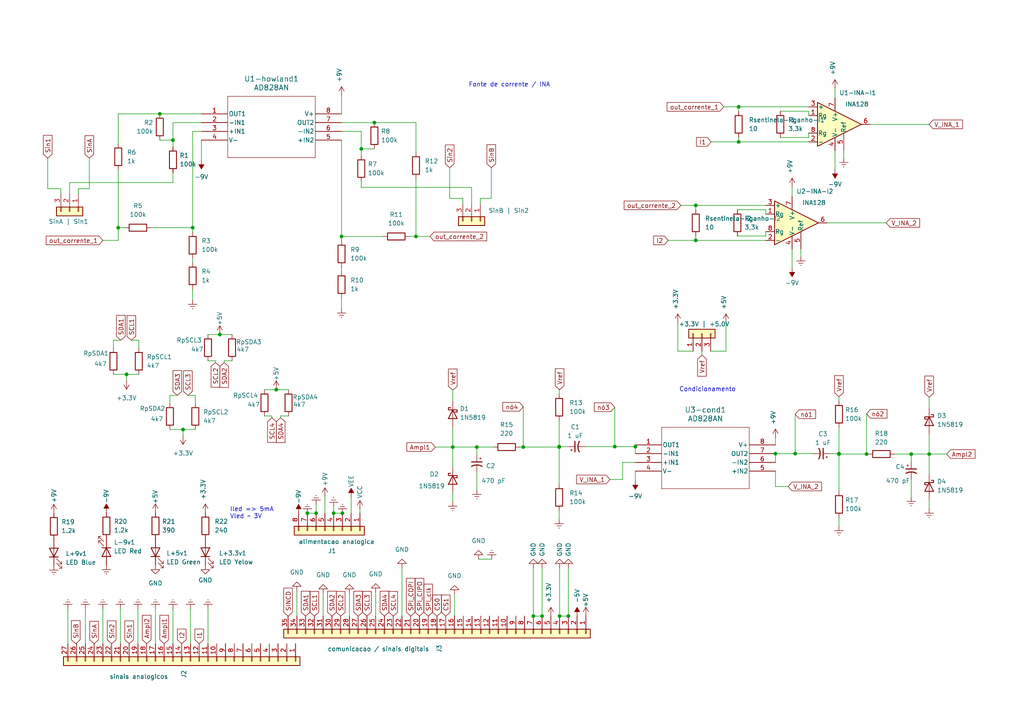
<source format=kicad_sch>
(kicad_sch (version 20230121) (generator eeschema)
  (paper "A4")
  (title_block (title "Fonte de corrente bipolar") (date "2024-06-06") (rev "v01") (company "EITduino") (comment 1 "Autor: Gustavo Pinheiro") (comment 2 "Howland aperfeicoada") (comment 3 "Barramento V04"))
  (junction (at 162.179 129.54))
  (junction (at 269.494 131.699))
  (junction (at 34.29 66.04))
  (junction (at 55.88 66.04))
  (junction (at 162.306 178.689))
  (junction (at 89.1528 148.844))
  (junction (at 46.355 33.02))
  (junction (at 157.226 178.689))
  (junction (at 214.249 41.148))
  (junction (at 63.754 97.028))
  (junction (at 91.6928 148.844))
  (junction (at 184.277 129.54))
  (junction (at 36.703 108.585))
  (junction (at 104.775 43.18))
  (junction (at 224.917 131.572))
  (junction (at 243.332 131.572))
  (junction (at 164.846 178.689))
  (junction (at 151.765 129.667))
  (junction (at 131.318 129.667))
  (junction (at 230.632 131.572))
  (junction (at 50.165 40.64))
  (junction (at 120.65 68.58))
  (junction (at 264.287 131.699))
  (junction (at 251.333 131.699))
  (junction (at 96.7728 148.844))
  (junction (at 154.686 178.689))
  (junction (at 243.332 131.699))
  (junction (at 138.303 129.667))
  (junction (at 80.137 113.03))
  (junction (at 99.3128 148.844))
  (junction (at 201.803 59.563))
  (junction (at 178.308 129.54))
  (junction (at 99.06 68.58))
  (junction (at 214.249 30.988))
  (junction (at 108.585 35.56))
  (junction (at 162.179 129.667))
  (junction (at 201.803 69.723))
  (junction (at 53.086 124.587))
  (wire (pts (xy 49.276 114.681) (xy 49.276 116.967)))
  (wire (pts (xy 131.318 143.002) (xy 131.318 145.542)))
  (wire (pts (xy 86.106 171.323) (xy 86.106 178.689)))
  (wire (pts (xy 22.225 186.69) (xy 21.971 186.69)))
  (wire (pts (xy 96.7728 148.164) (xy 96.7728 148.844)))
  (wire (pts (xy 81.407 121.158) (xy 81.407 120.65)))
  (wire (pts (xy 229.743 72.263) (xy 229.743 77.724)))
  (wire (pts (xy 101.853 148.844) (xy 101.8528 148.844)))
  (wire (pts (xy 104.775 38.1) (xy 99.06 38.1)))
  (wire (pts (xy 224.917 131.572) (xy 230.632 131.572)))
  (wire (pts (xy 264.287 139.065) (xy 264.287 144.145)))
  (wire (pts (xy 34.925 176.53) (xy 34.925 186.69)))
  (wire (pts (xy 169.799 129.54) (xy 178.308 129.54)))
  (wire (pts (xy 228.6 141.097) (xy 224.917 141.097)))
  (wire (pts (xy 222.123 60.833) (xy 222.123 62.103)))
  (wire (pts (xy 94.2328 144.018) (xy 94.2328 148.844)))
  (wire (pts (xy 55.88 66.04) (xy 55.88 67.31)))
  (wire (pts (xy 32.893 108.585) (xy 36.703 108.585)))
  (wire (pts (xy 240.792 131.572) (xy 243.332 131.572)))
  (wire (pts (xy 151.765 117.983) (xy 151.765 129.667)))
  (wire (pts (xy 36.195 66.04) (xy 34.29 66.04)))
  (wire (pts (xy 142.494 48.641) (xy 142.494 57.531)))
  (wire (pts (xy 136.779 59.055) (xy 136.779 54.356)))
  (wire (pts (xy 239.903 64.643) (xy 257.048 64.643)))
  (wire (pts (xy 20.193 52.959) (xy 50.165 52.959)))
  (wire (pts (xy 104.775 43.18) (xy 104.775 45.085)))
  (wire (pts (xy 29.845 176.53) (xy 29.845 186.69)))
  (wire (pts (xy 40.259 98.679) (xy 40.259 100.965)))
  (wire (pts (xy 67.31 97.028) (xy 63.754 97.028)))
  (wire (pts (xy 99.06 68.58) (xy 99.06 69.85)))
  (wire (pts (xy 46.355 33.02) (xy 58.42 33.02)))
  (wire (pts (xy 206.248 41.148) (xy 214.249 41.148)))
  (wire (pts (xy 162.179 113.03) (xy 162.306 113.03)))
  (wire (pts (xy 234.569 41.148) (xy 214.249 41.148)))
  (wire (pts (xy 40.005 176.53) (xy 40.005 186.69)))
  (wire (pts (xy 40.259 98.679) (xy 38.1 98.679)))
  (wire (pts (xy 269.494 125.984) (xy 269.494 131.699)))
  (wire (pts (xy 99.06 35.56) (xy 108.585 35.56)))
  (wire (pts (xy 134.239 57.531) (xy 130.429 57.531)))
  (wire (pts (xy 116.586 164.719) (xy 116.586 178.689)))
  (wire (pts (xy 201.803 69.723) (xy 201.803 68.453)))
  (wire (pts (xy 60.325 176.53) (xy 60.325 186.69)))
  (wire (pts (xy 120.65 35.56) (xy 120.65 44.196)))
  (wire (pts (xy 55.88 38.1) (xy 58.42 38.1)))
  (wire (pts (xy 232.283 72.263) (xy 232.283 74.422)))
  (wire (pts (xy 78.867 121.158) (xy 78.867 120.65)))
  (wire (pts (xy 138.303 129.667) (xy 131.318 129.667)))
  (wire (pts (xy 244.729 43.688) (xy 244.729 45.847)))
  (wire (pts (xy 130.429 48.641) (xy 130.429 57.531)))
  (wire (pts (xy 131.318 123.952) (xy 131.318 129.667)))
  (wire (pts (xy 269.494 137.414) (xy 269.494 131.699)))
  (wire (pts (xy 269.494 145.034) (xy 269.494 147.574)))
  (wire (pts (xy 46.355 33.02) (xy 34.29 33.02)))
  (wire (pts (xy 49.276 114.681) (xy 51.435 114.681)))
  (wire (pts (xy 201.041 101.854) (xy 196.596 101.854)))
  (wire (pts (xy 269.494 131.699) (xy 274.574 131.699)))
  (wire (pts (xy 138.811 162.179) (xy 142.621 162.179)))
  (wire (pts (xy 50.165 40.64) (xy 46.355 40.64)))
  (wire (pts (xy 104.775 54.356) (xy 136.779 54.356)))
  (wire (pts (xy 234.569 39.878) (xy 234.569 38.608)))
  (wire (pts (xy 96.7728 148.844) (xy 99.3128 148.844)))
  (wire (pts (xy 242.189 43.688) (xy 242.189 49.149)))
  (wire (pts (xy 209.931 30.988) (xy 214.249 30.988)))
  (wire (pts (xy 131.318 113.157) (xy 131.318 116.332)))
  (wire (pts (xy 104.394 147.737) (xy 104.394 148.844)))
  (wire (pts (xy 25.908 45.847) (xy 25.908 54.737)))
  (wire (pts (xy 243.332 131.699) (xy 243.332 131.572)))
  (wire (pts (xy 58.42 40.64) (xy 58.42 46.482)))
  (wire (pts (xy 34.29 69.723) (xy 34.29 66.04)))
  (wire (pts (xy 214.249 32.258) (xy 214.249 30.988)))
  (wire (pts (xy 184.277 136.652) (xy 184.277 139.446)))
  (wire (pts (xy 214.249 41.148) (xy 214.249 39.878)))
  (wire (pts (xy 193.802 69.723) (xy 201.803 69.723)))
  (wire (pts (xy 252.349 36.068) (xy 269.494 36.068)))
  (wire (pts (xy 96.7711 146.9526) (xy 96.7711 148.164)))
  (wire (pts (xy 151.765 129.667) (xy 150.749 129.667)))
  (wire (pts (xy 17.653 56.261) (xy 17.653 54.737)))
  (wire (pts (xy 22.733 56.261) (xy 22.733 54.737)))
  (wire (pts (xy 229.743 54.229) (xy 229.743 57.023)))
  (wire (pts (xy 36.703 108.585) (xy 36.703 110.363)))
  (wire (pts (xy 259.461 131.699) (xy 264.287 131.699)))
  (wire (pts (xy 13.843 45.847) (xy 13.843 54.737)))
  (wire (pts (xy 269.494 115.189) (xy 269.494 118.364)))
  (wire (pts (xy 131.318 129.667) (xy 126.238 129.667)))
  (wire (pts (xy 230.632 131.572) (xy 235.712 131.572)))
  (wire (pts (xy 222.123 68.453) (xy 222.123 67.183)))
  (wire (pts (xy 25.908 54.737) (xy 22.733 54.737)))
  (wire (pts (xy 178.308 118.11) (xy 178.308 129.54)))
  (wire (pts (xy 162.179 121.92) (xy 162.179 129.54)))
  (wire (pts (xy 226.314 39.878) (xy 234.569 39.878)))
  (wire (pts (xy 45.085 176.53) (xy 45.085 186.69)))
  (wire (pts (xy 230.632 120.142) (xy 230.632 131.572)))
  (wire (pts (xy 118.745 68.58) (xy 120.65 68.58)))
  (wire (pts (xy 134.239 59.055) (xy 134.239 57.531)))
  (wire (pts (xy 120.65 68.58) (xy 124.714 68.58)))
  (wire (pts (xy 40.259 108.585) (xy 36.703 108.585)))
  (wire (pts (xy 164.719 129.54) (xy 162.179 129.54)))
  (wire (pts (xy 56.642 114.681) (xy 56.642 116.967)))
  (wire (pts (xy 83.693 113.03) (xy 80.137 113.03)))
  (wire (pts (xy 226.314 32.258) (xy 234.569 32.258)))
  (wire (pts (xy 162.306 178.689) (xy 164.846 178.689)))
  (wire (pts (xy 201.803 59.563) (xy 222.123 59.563)))
  (wire (pts (xy 131.826 172.339) (xy 131.826 178.689)))
  (wire (pts (xy 184.277 129.032) (xy 184.277 129.54)))
  (wire (pts (xy 55.88 74.93) (xy 55.88 76.2)))
  (wire (pts (xy 138.303 129.667) (xy 138.303 131.953)))
  (wire (pts (xy 251.333 131.699) (xy 251.841 131.699)))
  (wire (pts (xy 91.6928 146.304) (xy 91.6928 148.844)))
  (wire (pts (xy 32.893 98.679) (xy 35.052 98.679)))
  (wire (pts (xy 210.566 101.854) (xy 210.566 93.599)))
  (wire (pts (xy 242.189 25.654) (xy 242.189 28.448)))
  (wire (pts (xy 89.1528 148.844) (xy 91.6928 148.844)))
  (wire (pts (xy 142.494 57.531) (xy 139.319 57.531)))
  (wire (pts (xy 139.319 59.055) (xy 139.319 57.531)))
  (wire (pts (xy 17.653 54.737) (xy 13.843 54.737)))
  (wire (pts (xy 65.024 104.648) (xy 67.31 104.648)))
  (wire (pts (xy 34.29 69.723) (xy 29.845 69.723)))
  (wire (pts (xy 151.765 129.667) (xy 162.179 129.667)))
  (wire (pts (xy 50.165 35.56) (xy 50.165 40.64)))
  (wire (pts (xy 197.485 59.563) (xy 201.803 59.563)))
  (wire (pts (xy 104.775 38.1) (xy 104.775 43.18)))
  (wire (pts (xy 43.815 66.04) (xy 55.88 66.04)))
  (wire (pts (xy 63.754 97.028) (xy 60.325 97.028)))
  (wire (pts (xy 213.868 60.833) (xy 222.123 60.833)))
  (wire (pts (xy 32.893 98.679) (xy 32.893 100.965)))
  (wire (pts (xy 53.086 124.587) (xy 53.086 126.365)))
  (wire (pts (xy 56.642 124.587) (xy 53.086 124.587)))
  (wire (pts (xy 154.686 164.719) (xy 154.686 178.689)))
  (wire (pts (xy 80.137 113.03) (xy 76.708 113.03)))
  (wire (pts (xy 162.179 129.667) (xy 162.179 129.54)))
  (wire (pts (xy 162.179 129.667) (xy 162.179 140.462)))
  (wire (pts (xy 108.585 35.56) (xy 120.65 35.56)))
  (wire (pts (xy 251.333 120.015) (xy 251.333 131.699)))
  (wire (pts (xy 50.165 35.56) (xy 58.42 35.56)))
  (wire (pts (xy 178.308 129.54) (xy 184.277 129.54)))
  (wire (pts (xy 62.484 104.648) (xy 60.325 104.648)))
  (wire (pts (xy 157.226 164.719) (xy 157.226 178.689)))
  (wire (pts (xy 176.911 139.065) (xy 180.594 139.065)))
  (wire (pts (xy 213.868 68.453) (xy 222.123 68.453)))
  (wire (pts (xy 243.332 123.952) (xy 243.332 131.572)))
  (wire (pts (xy 99.06 77.47) (xy 99.06 78.74)))
  (wire (pts (xy 50.165 40.64) (xy 50.165 42.545)))
  (wire (pts (xy 19.685 176.53) (xy 19.685 186.69)))
  (wire (pts (xy 234.569 32.258) (xy 234.569 33.528)))
  (wire (pts (xy 196.596 101.854) (xy 196.596 93.599)))
  (wire (pts (xy 131.318 135.382) (xy 131.318 129.667)))
  (wire (pts (xy 264.287 131.699) (xy 264.287 133.985)))
  (wire (pts (xy 65.024 105.156) (xy 65.024 104.648)))
  (wire (pts (xy 34.29 33.02) (xy 34.29 41.656)))
  (wire (pts (xy 138.303 137.033) (xy 138.303 142.113)))
  (wire (pts (xy 243.332 116.332) (xy 243.332 115.062)))
  (wire (pts (xy 184.277 129.54) (xy 184.277 131.572)))
  (wire (pts (xy 222.123 69.723) (xy 201.803 69.723)))
  (wire (pts (xy 56.642 114.681) (xy 54.483 114.681)))
  (wire (pts (xy 224.917 141.097) (xy 224.917 136.652)))
  (wire (pts (xy 101.346 172.085) (xy 101.346 178.689)))
  (wire (pts (xy 62.484 105.156) (xy 62.484 104.648)))
  (wire (pts (xy 101.853 144.1609) (xy 101.853 148.844)))
  (wire (pts (xy 99.06 89.535) (xy 99.06 86.36)))
  (wire (pts (xy 224.917 131.572) (xy 224.917 134.112)))
  (wire (pts (xy 162.306 164.719) (xy 162.306 178.689)))
  (wire (pts (xy 143.129 129.667) (xy 138.303 129.667)))
  (wire (pts (xy 206.121 101.854) (xy 210.566 101.854)))
  (wire (pts (xy 120.65 51.816) (xy 120.65 68.58)))
  (wire (pts (xy 201.803 60.833) (xy 201.803 59.563)))
  (wire (pts (xy 99.06 27.686) (xy 99.06 33.02)))
  (wire (pts (xy 78.867 120.65) (xy 76.708 120.65)))
  (wire (pts (xy 108.966 171.831) (xy 108.966 178.689)))
  (wire (pts (xy 93.726 172.085) (xy 93.726 178.689)))
  (wire (pts (xy 164.846 164.719) (xy 164.846 178.689)))
  (wire (pts (xy 264.287 131.699) (xy 269.494 131.699)))
  (wire (pts (xy 81.407 120.65) (xy 83.693 120.65)))
  (wire (pts (xy 50.165 176.53) (xy 50.165 186.69)))
  (wire (pts (xy 55.245 176.53) (xy 55.245 186.69)))
  (wire (pts (xy 243.332 150.114) (xy 243.332 152.654)))
  (wire (pts (xy 203.581 102.997) (xy 203.581 101.854)))
  (wire (pts (xy 104.3928 148.844) (xy 104.394 148.844)))
  (wire (pts (xy 55.88 38.1) (xy 55.88 66.04)))
  (wire (pts (xy 55.88 86.995) (xy 55.88 83.82)))
  (wire (pts (xy 184.277 134.112) (xy 180.594 134.112)))
  (wire (pts (xy 162.179 114.3) (xy 162.179 113.03)))
  (wire (pts (xy 34.29 49.276) (xy 34.29 66.04)))
  (wire (pts (xy 50.165 50.165) (xy 50.165 52.959)))
  (wire (pts (xy 99.06 40.64) (xy 99.06 68.58)))
  (wire (pts (xy 24.765 176.53) (xy 24.765 186.69)))
  (wire (pts (xy 214.249 30.988) (xy 234.569 30.988)))
  (wire (pts (xy 243.332 131.699) (xy 251.333 131.699)))
  (wire (pts (xy 104.775 54.356) (xy 104.775 52.705)))
  (wire (pts (xy 162.179 148.082) (xy 162.179 150.622)))
  (wire (pts (xy 96.7711 148.164) (xy 96.7728 148.164)))
  (wire (pts (xy 49.276 124.587) (xy 53.086 124.587)))
  (wire (pts (xy 224.917 127) (xy 224.917 129.032)))
  (wire (pts (xy 20.193 52.959) (xy 20.193 56.261)))
  (wire (pts (xy 111.125 68.58) (xy 99.06 68.58)))
  (wire (pts (xy 104.775 43.18) (xy 108.585 43.18)))
  (wire (pts (xy 154.686 178.689) (xy 157.226 178.689)))
  (wire (pts (xy 180.594 134.112) (xy 180.594 139.065)))
  (wire (pts (xy 243.332 131.699) (xy 243.332 142.494)))
  (text "Fonte de corrente / INA\n" (at 135.89 25.4 0) (effects (font (size 1.27 1.27)) (justify left bottom)))
  (text "Iled => 5mA\nVled ~ 3V" (at 66.675 150.622 0) (effects (font (size 1.27 1.27)) (justify left bottom)))
  (text "Condicionamento\n" (at 196.977 113.792 0) (effects (font (size 1.27 1.27)) (justify left bottom)))
  (global_label "nó4" (shape input) (at 151.765 117.983 180) (property "Intersheetrefs" "${INTERSHEET_REFS}" (effects hide)))
  (global_label "SCL2" (shape input) (at 62.484 105.156 270) (property "Intersheetrefs" "${INTERSHEET_REFS}" (effects hide)))
  (global_label "SCL3" (shape input) (at 106.426 178.689 90) (property "Intersheetrefs" "${INTERSHEET_REFS}" (effects hide)))
  (global_label "Sin2" (shape input) (at 130.429 48.641 90) (property "Intersheetrefs" "${INTERSHEET_REFS}" (effects hide)))
  (global_label "SinA" (shape input) (at 25.908 45.847 90) (property "Intersheetrefs" "${INTERSHEET_REFS}" (effects hide)))
  (global_label "Vref" (shape input) (at 203.581 102.997 270) (property "Intersheetrefs" "${INTERSHEET_REFS}" (effects hide)))
  (global_label "Sin2" (shape input) (at 32.385 186.69 90) (property "Intersheetrefs" "${INTERSHEET_REFS}" (effects hide)))
  (global_label "SCL2" (shape input) (at 98.806 178.689 90) (property "Intersheetrefs" "${INTERSHEET_REFS}" (effects hide)))
  (global_label "Ampl2" (shape input) (at 274.574 131.699 0) (property "Intersheetrefs" "${INTERSHEET_REFS}" (effects hide)))
  (global_label "Vref" (shape input) (at 162.306 113.03 90) (property "Intersheetrefs" "${INTERSHEET_REFS}" (effects hide)))
  (global_label "I2" (shape input) (at 52.705 186.69 90) (property "Intersheetrefs" "${INTERSHEET_REFS}" (effects hide)))
  (global_label "SinB" (shape input) (at 21.971 186.69 90) (property "Intersheetrefs" "${INTERSHEET_REFS}" (effects hide)))
  (global_label "CS0" (shape input) (at 126.746 178.689 90) (property "Intersheetrefs" "${INTERSHEET_REFS}" (effects hide)))
  (global_label "SDA2" (shape input) (at 65.024 105.156 270) (property "Intersheetrefs" "${INTERSHEET_REFS}" (effects hide)))
  (global_label "SDA4" (shape input) (at 81.407 121.158 270) (property "Intersheetrefs" "${INTERSHEET_REFS}" (effects hide)))
  (global_label "I1" (shape input) (at 57.785 186.69 90) (property "Intersheetrefs" "${INTERSHEET_REFS}" (effects hide)))
  (global_label "SPI_COPI" (shape input) (at 119.126 178.689 90) (property "Intersheetrefs" "${INTERSHEET_REFS}" (effects hide)))
  (global_label "out_corrente_1" (shape input) (at 209.931 30.988 180) (property "Intersheetrefs" "${INTERSHEET_REFS}" (effects hide)))
  (global_label "SDA4" (shape input) (at 111.506 178.689 90) (property "Intersheetrefs" "${INTERSHEET_REFS}" (effects hide)))
  (global_label "V_INA_1" (shape input) (at 269.494 36.068 0) (property "Intersheetrefs" "${INTERSHEET_REFS}" (effects hide)))
  (global_label "Ampl1" (shape input) (at 126.238 129.667 180) (property "Intersheetrefs" "${INTERSHEET_REFS}" (effects hide)))
  (global_label "SINCD" (shape input) (at 83.566 178.689 90) (property "Intersheetrefs" "${INTERSHEET_REFS}" (effects hide)))
  (global_label "nó1" (shape input) (at 230.632 120.142 0) (property "Intersheetrefs" "${INTERSHEET_REFS}" (effects hide)))
  (global_label "Vref" (shape input) (at 131.318 113.157 90) (property "Intersheetrefs" "${INTERSHEET_REFS}" (effects hide)))
  (global_label "V_INA_2" (shape input) (at 228.6 141.097 0) (property "Intersheetrefs" "${INTERSHEET_REFS}" (effects hide)))
  (global_label "nó3" (shape input) (at 178.308 118.11 180) (property "Intersheetrefs" "${INTERSHEET_REFS}" (effects hide)))
  (global_label "SDA3" (shape input) (at 51.435 114.681 90) (property "Intersheetrefs" "${INTERSHEET_REFS}" (effects hide)))
  (global_label "Sin1" (shape input) (at 13.843 45.847 90) (property "Intersheetrefs" "${INTERSHEET_REFS}" (effects hide)))
  (global_label "SCL4" (shape input) (at 114.046 178.689 90) (property "Intersheetrefs" "${INTERSHEET_REFS}" (effects hide)))
  (global_label "SDA3" (shape input) (at 103.886 178.689 90) (property "Intersheetrefs" "${INTERSHEET_REFS}" (effects hide)))
  (global_label "Sin1" (shape input) (at 37.465 186.69 90) (property "Intersheetrefs" "${INTERSHEET_REFS}" (effects hide)))
  (global_label "Ampl1" (shape input) (at 47.625 186.69 90) (property "Intersheetrefs" "${INTERSHEET_REFS}" (effects hide)))
  (global_label "out_corrente_1" (shape input) (at 29.845 69.723 180) (property "Intersheetrefs" "${INTERSHEET_REFS}" (effects hide)))
  (global_label "out_corrente_2" (shape input) (at 197.485 59.563 180) (property "Intersheetrefs" "${INTERSHEET_REFS}" (effects hide)))
  (global_label "SPI_clk" (shape input) (at 124.206 178.689 90) (property "Intersheetrefs" "${INTERSHEET_REFS}" (effects hide)))
  (global_label "I1" (shape input) (at 206.248 41.148 180) (property "Intersheetrefs" "${INTERSHEET_REFS}" (effects hide)))
  (global_label "V_INA_1" (shape input) (at 176.911 139.065 180) (property "Intersheetrefs" "${INTERSHEET_REFS}" (effects hide)))
  (global_label "SinA" (shape input) (at 27.305 186.69 90) (property "Intersheetrefs" "${INTERSHEET_REFS}" (effects hide)))
  (global_label "SDA1" (shape input) (at 88.646 178.689 90) (property "Intersheetrefs" "${INTERSHEET_REFS}" (effects hide)))
  (global_label "SCL1" (shape input) (at 38.1 98.679 90) (property "Intersheetrefs" "${INTERSHEET_REFS}" (effects hide)))
  (global_label "SCL1" (shape input) (at 91.186 178.689 90) (property "Intersheetrefs" "${INTERSHEET_REFS}" (effects hide)))
  (global_label "Ampl2" (shape input) (at 42.545 186.69 90) (property "Intersheetrefs" "${INTERSHEET_REFS}" (effects hide)))
  (global_label "Vref" (shape input) (at 243.332 115.062 90) (property "Intersheetrefs" "${INTERSHEET_REFS}" (effects hide)))
  (global_label "SDA1" (shape input) (at 35.052 98.679 90) (property "Intersheetrefs" "${INTERSHEET_REFS}" (effects hide)))
  (global_label "SCL4" (shape input) (at 78.867 121.158 270) (property "Intersheetrefs" "${INTERSHEET_REFS}" (effects hide)))
  (global_label "V_INA_2" (shape input) (at 257.048 64.643 0) (property "Intersheetrefs" "${INTERSHEET_REFS}" (effects hide)))
  (global_label "out_corrente_2" (shape input) (at 124.714 68.58 0) (property "Intersheetrefs" "${INTERSHEET_REFS}" (effects hide)))
  (global_label "SCL3" (shape input) (at 54.483 114.681 90) (property "Intersheetrefs" "${INTERSHEET_REFS}" (effects hide)))
  (global_label "SDA2" (shape input) (at 96.266 178.689 90) (property "Intersheetrefs" "${INTERSHEET_REFS}" (effects hide)))
  (global_label "Vref" (shape input) (at 269.494 115.189 90) (property "Intersheetrefs" "${INTERSHEET_REFS}" (effects hide)))
  (global_label "I2" (shape input) (at 193.802 69.723 180) (property "Intersheetrefs" "${INTERSHEET_REFS}" (effects hide)))
  (global_label "SinB" (shape input) (at 142.494 48.641 90) (property "Intersheetrefs" "${INTERSHEET_REFS}" (effects hide)))
  (global_label "CS1" (shape input) (at 129.286 178.689 90) (property "Intersheetrefs" "${INTERSHEET_REFS}" (effects hide)))
  (global_label "nó2" (shape input) (at 251.333 120.015 0) (property "Intersheetrefs" "${INTERSHEET_REFS}" (effects hide)))
  (global_label "SPI_CIPO" (shape input) (at 121.666 178.689 90) (property "Intersheetrefs" "${INTERSHEET_REFS}" (effects hide)))
  (symbol (lib_id "Device:R") (at 99.06 82.55 0) (unit 1)
    (property "Reference" "R10" (at 101.6 81.28 0) (effects (justify left)))
    (property "Value" "1k" (at 101.6 83.82 0) (effects (justify left)))
    (property "Footprint" "Resistor_THT:R_Axial_DIN0207_L6.3mm_D2.5mm_P7.62mm_Horizontal" (effects hide))
  )
  (symbol (lib_id "power:GND") (at 45.085 163.957 0) (unit 1)
    (property "Reference" "#PWR040" (effects hide))
    (property "Value" "GND" (at 45.085 169.164 0))
  )
  (symbol (lib_id "power:+3.3V") (at 159.766 178.689 0) (unit 1)
    (property "Reference" "#PWR043" (effects hide))
    (property "Value" "+3.3V" (at 159.131 174.879 90) (effects (justify left)))
  )
  (symbol (lib_id "power:+3.3V") (at 59.563 148.717 0) (unit 1)
    (property "Reference" "#PWR08" (effects hide))
    (property "Value" "+3.3V" (at 58.928 144.907 90) (effects (justify left)))
  )
  (symbol (lib_id "power:GND") (at 162.306 164.719 180) (unit 1)
    (property "Reference" "#PWR045" (effects hide))
    (property "Value" "GND" (at 162.306 159.385 90))
  )
  (symbol (lib_id "power:-9V") (at 58.42 46.482 180) (unit 1)
    (property "Reference" "#PWR02" (effects hide))
    (property "Value" "-9V" (at 58.42 51.308 0))
  )
  (symbol (lib_id "power:Earth") (at 55.245 176.53 180) (unit 1)
    (property "Reference" "#PWR028" (effects hide))
    (property "Value" "Earth" (effects hide))
  )
  (symbol (lib_id "power:GND") (at 116.586 164.719 180) (unit 1)
    (property "Reference" "#PWR030" (effects hide))
    (property "Value" "GND" (at 116.586 159.385 0))
  )
  (symbol (lib_id "power:+9V") (at 94.2328 144.018 0) (unit 1)
    (property "Reference" "#PWR046" (effects hide))
    (property "Value" "+9V" (at 94.2671 141.0616 90) (effects (justify left)))
  )
  (symbol (lib_id "Device:R") (at 104.775 48.895 0) (unit 1)
    (property "Reference" "R7" (at 106.68 47.625 0) (effects (justify left)))
    (property "Value" "100k" (at 106.68 50.165 0) (effects (justify left)))
    (property "Footprint" "Resistor_THT:R_Axial_DIN0207_L6.3mm_D2.5mm_P7.62mm_Horizontal" (effects hide))
  )
  (symbol (lib_id "power:Earth") (at 60.325 176.53 180) (unit 1)
    (property "Reference" "#PWR031" (effects hide))
    (property "Value" "Earth" (effects hide))
  )
  (symbol (lib_id "power:Earth") (at 99.06 89.535 0) (unit 1)
    (property "Reference" "#PWR03" (effects hide))
    (property "Value" "Earth" (effects hide))
  )
  (symbol (lib_id "Diode:1N5819") (at 131.318 120.142 90) (mirror x) (unit 1)
    (property "Reference" "D1" (at 133.35 118.5545 90) (effects (justify right)))
    (property "Value" "1N5819" (at 133.35 121.0945 90) (effects (justify right)))
    (property "Footprint" "Diode_THT:D_DO-41_SOD81_P10.16mm_Horizontal" (effects hide))
    (property "Datasheet" "http://www.vishay.com/docs/88525/1n5817.pdf" (effects hide))
  )
  (symbol (lib_id "power:Earth") (at 50.165 176.53 180) (unit 1)
    (property "Reference" "#PWR026" (effects hide))
    (property "Value" "Earth" (effects hide))
  )
  (symbol (lib_id "power:GND") (at 154.686 164.719 180) (unit 1)
    (property "Reference" "#PWR033" (effects hide))
    (property "Value" "GND" (at 154.686 159.385 90))
  )
  (symbol (lib_id "Device:LED") (at 45.085 160.147 90) (unit 1)
    (property "Reference" "L+5v1" (at 48.26 160.4645 90) (effects (justify right)))
    (property "Value" "LED Green" (at 48.26 163.0045 90) (effects (justify right)))
    (property "Footprint" "LED_THT:LED_D5.0mm" (effects hide))
  )
  (symbol (lib_id "power:+5V") (at 45.085 148.717 0) (unit 1)
    (property "Reference" "#PWR04" (effects hide))
    (property "Value" "+5V" (at 45.0309 146.1685 90) (effects (justify left)))
  )
  (symbol (lib_id "Device:R") (at 213.868 64.643 0) (unit 1)
    (property "Reference" "Rganho-I2" (at 215.9 63.373 0) (effects (justify left)))
    (property "Value" "3,3k" (at 215.9 65.913 0) (effects (justify left)))
    (property "Footprint" "Resistor_THT:R_Axial_DIN0207_L6.3mm_D2.5mm_P7.62mm_Horizontal" (effects hide))
  )
  (symbol (lib_id "AD828AN:AD828AN") (at 184.277 129.032 0) (unit 1)
    (property "Reference" "U3-cond1" (at 204.597 118.872 0) (effects (font (size 1.524 1.524))))
    (property "Value" "AD828AN" (at 204.597 121.412 0) (effects (font (size 1.524 1.524))))
    (property "Footprint" "AD828:AD828" (effects hide))
    (property "Datasheet" "AD828AN" (effects hide))
  )
  (symbol (lib_id "Amplifier_Instrumentation:INA128") (at 242.189 36.068 0) (unit 1)
    (property "Reference" "U1-INA-I1" (at 248.793 26.924 0))
    (property "Value" "INA128" (at 248.539 30.226 0))
    (property "Footprint" "Package_DIP:DIP-8_W7.62mm" (effects hide))
    (property "Datasheet" "http://www.ti.com/lit/ds/symlink/ina128.pdf" (effects hide))
  )
  (symbol (lib_id "power:Earth") (at 138.303 142.113 0) (mirror y) (unit 1)
    (property "Reference" "#PWR059" (effects hide))
    (property "Value" "Earth" (effects hide))
  )
  (symbol (lib_id "power:Earth") (at 96.7711 146.9526 180) (unit 1)
    (property "Reference" "#PWR048" (effects hide))
    (property "Value" "Earth" (effects hide))
  )
  (symbol (lib_id "Device:C_Polarized_Small_US") (at 238.252 131.572 270) (mirror x) (unit 1)
    (property "Reference" "C3" (at 238.6838 125.857 90))
    (property "Value" "1 uF" (at 238.6838 128.397 90))
    (property "Footprint" "Capacitor_THT:CP_Radial_D5.0mm_P2.50mm" (effects hide))
  )
  (symbol (lib_id "Device:R") (at 226.314 36.068 0) (unit 1)
    (property "Reference" "Rganho-I1" (at 228.6 34.798 0) (effects (justify left)))
    (property "Value" "3,3k" (at 228.6 37.338 0) (effects (justify left)))
    (property "Footprint" "Resistor_THT:R_Axial_DIN0207_L6.3mm_D2.5mm_P7.62mm_Horizontal" (effects hide))
  )
  (symbol (lib_id "Device:R") (at 214.249 36.068 0) (unit 1)
    (property "Reference" "Rsentinela-I1" (at 217.17 34.798 0) (effects (justify left)))
    (property "Value" "10" (at 217.17 37.338 0) (effects (justify left)))
    (property "Footprint" "Resistor_THT:R_Axial_DIN0207_L6.3mm_D2.5mm_P7.62mm_Horizontal" (effects hide))
  )
  (symbol (lib_id "power:Earth") (at 34.925 176.53 180) (unit 1)
    (property "Reference" "#PWR021" (effects hide))
    (property "Value" "Earth" (effects hide))
  )
  (symbol (lib_id "power:GND") (at 108.966 171.831 180) (unit 1)
    (property "Reference" "#PWR025" (effects hide))
    (property "Value" "GND" (at 108.966 166.497 0))
  )
  (symbol (lib_id "power:Earth") (at 162.179 150.622 0) (mirror y) (unit 1)
    (property "Reference" "#PWR058" (effects hide))
    (property "Value" "Earth" (effects hide))
  )
  (symbol (lib_id "power:Earth") (at 131.318 145.542 0) (mirror y) (unit 1)
    (property "Reference" "#PWR060" (effects hide))
    (property "Value" "Earth" (effects hide))
  )
  (symbol (lib_id "power:-5V") (at 167.386 178.689 0) (unit 1)
    (property "Reference" "#PWR049" (effects hide))
    (property "Value" "-5V" (at 167.386 174.879 90) (effects (justify left)))
  )
  (symbol (lib_id "Device:R") (at 55.88 71.12 0) (mirror y) (unit 1)
    (property "Reference" "R3" (at 58.42 69.85 0) (effects (justify right)))
    (property "Value" "100k" (at 58.42 72.39 0) (effects (justify right)))
    (property "Footprint" "Resistor_THT:R_Axial_DIN0207_L6.3mm_D2.5mm_P7.62mm_Horizontal" (effects hide))
  )
  (symbol (lib_name "Conn_01x03_1") (lib_id "Connector_Generic:Conn_01x03") (at 136.779 64.135 270) (unit 1)
    (property "Reference" "J5" (effects hide))
    (property "Value" "SinB | Sin2" (at 153.416 61.087 90) (effects (justify right)))
    (property "Footprint" "Connector_PinHeader_2.54mm:PinHeader_1x03_P2.54mm_Vertical" (effects hide))
  )
  (symbol (lib_id "power:+5V") (at 210.566 93.599 0) (unit 1)
    (property "Reference" "#PWR011" (effects hide))
    (property "Value" "+5V" (at 209.931 89.789 90) (effects (justify left)))
  )
  (symbol (lib_id "Device:R") (at 40.259 104.775 0) (unit 1)
    (property "Reference" "RpSCL1" (at 42.545 103.505 0) (effects (justify left)))
    (property "Value" "4k7" (at 42.545 106.045 0) (effects (justify left)))
    (property "Footprint" "Resistor_THT:R_Axial_DIN0207_L6.3mm_D2.5mm_P7.62mm_Horizontal" (effects hide))
  )
  (symbol (lib_id "Device:R") (at 46.355 36.83 0) (mirror x) (unit 1)
    (property "Reference" "R2" (at 44.45 35.56 0) (effects (justify right)))
    (property "Value" "100k" (at 44.45 38.1 0) (effects (justify right)))
    (property "Footprint" "Resistor_THT:R_Axial_DIN0207_L6.3mm_D2.5mm_P7.62mm_Horizontal" (effects hide))
  )
  (symbol (lib_id "Device:R") (at 34.29 45.466 0) (mirror y) (unit 1)
    (property "Reference" "R6" (at 36.83 44.196 0) (effects (justify right)))
    (property "Value" "1k" (at 36.83 46.736 0) (effects (justify right)))
    (property "Footprint" "Resistor_THT:R_Axial_DIN0207_L6.3mm_D2.5mm_P7.62mm_Horizontal" (effects hide))
  )
  (symbol (lib_id "power:GND") (at 164.846 164.719 180) (unit 1)
    (property "Reference" "#PWR047" (effects hide))
    (property "Value" "GND" (at 164.846 159.385 90))
  )
  (symbol (lib_id "power:Earth") (at 99.3128 148.844 180) (unit 1)
    (property "Reference" "#PWR050" (effects hide))
    (property "Value" "Earth" (effects hide))
  )
  (symbol (lib_id "power:Earth") (at 91.6928 146.304 180) (unit 1)
    (property "Reference" "#PWR044" (effects hide))
    (property "Value" "Earth" (effects hide))
  )
  (symbol (lib_id "power:GND") (at 138.811 162.179 180) (unit 1)
    (property "Reference" "#PWR027" (effects hide))
    (property "Value" "GND" (at 138.811 156.845 0))
  )
  (symbol (lib_id "Device:R") (at 55.88 80.01 0) (mirror y) (unit 1)
    (property "Reference" "R4" (at 58.42 78.74 0) (effects (justify right)))
    (property "Value" "1k" (at 58.42 81.28 0) (effects (justify right)))
    (property "Footprint" "Resistor_THT:R_Axial_DIN0207_L6.3mm_D2.5mm_P7.62mm_Horizontal" (effects hide))
  )
  (symbol (lib_id "Device:LED") (at 30.861 160.147 270) (unit 1)
    (property "Reference" "L-9v1" (at 33.02 157.2895 90) (effects (justify left)))
    (property "Value" "LED Red" (at 33.02 159.8295 90) (effects (justify left)))
    (property "Footprint" "LED_THT:LED_D5.0mm" (effects hide))
  )
  (symbol (lib_id "Connector_Generic:Conn_01x03") (at 203.581 96.774 90) (unit 1)
    (property "Reference" "J7" (effects hide))
    (property "Value" "+3.3V | +5.0V" (at 196.85 93.98 90) (effects (justify right)))
    (property "Footprint" "Connector_PinHeader_2.54mm:PinHeader_1x03_P2.54mm_Vertical" (effects hide))
  )
  (symbol (lib_id "Device:R") (at 162.179 118.11 0) (mirror y) (unit 1)
    (property "Reference" "R13" (at 165.1 116.84 0) (effects (justify right)))
    (property "Value" "100k" (at 165.1 119.38 0) (effects (justify right)))
    (property "Footprint" "Resistor_THT:R_Axial_DIN0207_L6.3mm_D2.5mm_P7.62mm_Horizontal" (effects hide))
  )
  (symbol (lib_id "power:GND") (at 93.726 172.085 180) (unit 1)
    (property "Reference" "#PWR019" (effects hide))
    (property "Value" "GND" (at 93.726 166.751 0))
  )
  (symbol (lib_id "power:-9V") (at 86.6128 148.844 0) (unit 1)
    (property "Reference" "#PWR035" (effects hide))
    (property "Value" "-9V" (at 86.579 146.0987 90) (effects (justify left)))
  )
  (symbol (lib_id "Device:R") (at 59.563 152.527 0) (unit 1)
    (property "Reference" "R22" (at 62.23 151.257 0) (effects (justify left)))
    (property "Value" "240" (at 62.23 153.797 0) (effects (justify left)))
    (property "Footprint" "Resistor_THT:R_Axial_DIN0207_L6.3mm_D2.5mm_P7.62mm_Horizontal" (effects hide))
  )
  (symbol (lib_id "power:GND") (at 157.226 164.719 180) (unit 1)
    (property "Reference" "#PWR036" (effects hide))
    (property "Value" "GND" (at 157.226 159.385 90))
  )
  (symbol (lib_id "power:Earth") (at 24.765 176.53 180) (unit 1)
    (property "Reference" "#PWR012" (effects hide))
    (property "Value" "Earth" (effects hide))
  )
  (symbol (lib_id "power:+9V") (at 99.06 27.686 0) (unit 1)
    (property "Reference" "#PWR01" (effects hide))
    (property "Value" "+9V" (at 98.425 23.876 90) (effects (justify left)))
  )
  (symbol (lib_id "Device:LED") (at 59.563 160.147 90) (unit 1)
    (property "Reference" "L+3.3v1" (at 63.5 160.4645 90) (effects (justify right)))
    (property "Value" "LED Yelow" (at 63.5 163.0045 90) (effects (justify right)))
    (property "Footprint" "LED_THT:LED_D5.0mm" (effects hide))
  )
  (symbol (lib_id "power:GND") (at 86.106 171.323 180) (unit 1)
    (property "Reference" "#PWR013" (effects hide))
    (property "Value" "GND" (at 86.106 165.989 0))
  )
  (symbol (lib_id "Device:R") (at 15.621 152.654 0) (unit 1)
    (property "Reference" "R19" (at 17.78 151.384 0) (effects (justify left)))
    (property "Value" "1.2k" (at 17.78 153.924 0) (effects (justify left)))
    (property "Footprint" "Resistor_THT:R_Axial_DIN0207_L6.3mm_D2.5mm_P7.62mm_Horizontal" (effects hide))
  )
  (symbol (lib_id "power:Earth") (at 142.621 162.179 180) (unit 1)
    (property "Reference" "#PWR029" (effects hide))
    (property "Value" "Earth" (effects hide))
  )
  (symbol (lib_id "power:+3.3V") (at 196.596 93.599 0) (unit 1)
    (property "Reference" "#PWR09" (effects hide))
    (property "Value" "+3.3V" (at 195.961 89.789 90) (effects (justify left)))
  )
  (symbol (lib_id "power:Earth") (at 40.005 176.53 180) (unit 1)
    (property "Reference" "#PWR022" (effects hide))
    (property "Value" "Earth" (effects hide))
  )
  (symbol (lib_id "power:Earth") (at 89.1528 148.844 180) (unit 1)
    (property "Reference" "#PWR042" (effects hide))
    (property "Value" "Earth" (effects hide))
  )
  (symbol (lib_id "Connector_Generic:Conn_01x08") (at 96.7728 153.924 270) (unit 1)
    (property "Reference" "J1" (at 95.123 159.766 90) (effects (justify left)))
    (property "Value" "alimentacao analogica" (at 86.6128 157.099 90) (effects (justify left)))
    (property "Footprint" "Connector_PinHeader_2.54mm:PinHeader_1x08_P2.54mm_Vertical" (effects hide))
  )
  (symbol (lib_id "Device:R") (at 60.325 100.838 0) (unit 1)
    (property "Reference" "RpSCL3" (at 51.181 98.679 0) (effects (justify left)))
    (property "Value" "4k7" (at 55.372 101.346 0) (effects (justify left)))
    (property "Footprint" "Resistor_THT:R_Axial_DIN0207_L6.3mm_D2.5mm_P7.62mm_Horizontal" (effects hide))
  )
  (symbol (lib_id "Device:LED") (at 15.621 160.274 90) (unit 1)
    (property "Reference" "L+9v1" (at 19.05 160.5915 90) (effects (justify right)))
    (property "Value" "LED Blue" (at 19.05 163.1315 90) (effects (justify right)))
    (property "Footprint" "LED_THT:LED_D5.0mm" (effects hide))
  )
  (symbol (lib_id "power:GND") (at 59.563 163.957 0) (unit 1)
    (property "Reference" "#PWR041" (effects hide))
    (property "Value" "GND" (at 59.563 168.275 0))
  )
  (symbol (lib_id "Diode:1N5819") (at 131.318 139.192 90) (mirror x) (unit 1)
    (property "Reference" "D2" (at 124.587 137.541 90) (effects (justify right)))
    (property "Value" "1N5819" (at 121.412 140.97 90) (effects (justify right)))
    (property "Footprint" "Diode_THT:D_DO-41_SOD81_P10.16mm_Horizontal" (effects hide))
    (property "Datasheet" "http://www.vishay.com/docs/88525/1n5817.pdf" (effects hide))
  )
  (symbol (lib_id "Device:R") (at 255.651 131.699 90) (unit 1)
    (property "Reference" "R18" (at 255.651 125.73 90))
    (property "Value" "220" (at 255.651 128.27 90))
    (property "Footprint" "Resistor_THT:R_Axial_DIN0207_L6.3mm_D2.5mm_P7.62mm_Horizontal" (effects hide))
  )
  (symbol (lib_id "2023-04-18_19-29-20:AD828AN") (at 58.42 33.02 0) (unit 1)
    (property "Reference" "U1-howland1" (at 78.74 22.86 0) (effects (font (size 1.524 1.524))))
    (property "Value" "AD828AN" (at 78.74 25.4 0) (effects (font (size 1.524 1.524))))
    (property "Footprint" "AD828:AD828" (effects hide))
    (property "Datasheet" "AD828AN" (effects hide))
  )
  (symbol (lib_id "power:Earth") (at 45.085 176.53 180) (unit 1)
    (property "Reference" "#PWR024" (effects hide))
    (property "Value" "Earth" (effects hide))
  )
  (symbol (lib_id "Device:R") (at 32.893 104.775 0) (unit 1)
    (property "Reference" "RpSDA1" (at 24.13 102.489 0) (effects (justify left)))
    (property "Value" "4k7" (at 27.305 105.537 0) (effects (justify left)))
    (property "Footprint" "Resistor_THT:R_Axial_DIN0207_L6.3mm_D2.5mm_P7.62mm_Horizontal" (effects hide))
  )
  (symbol (lib_id "Device:R") (at 243.332 146.304 0) (unit 1)
    (property "Reference" "R17" (at 245.11 145.034 0) (effects (justify left)))
    (property "Value" "100k" (at 245.11 147.574 0) (effects (justify left)))
    (property "Footprint" "Resistor_THT:R_Axial_DIN0207_L6.3mm_D2.5mm_P7.62mm_Horizontal" (effects hide))
  )
  (symbol (lib_id "Device:C_Polarized_Small_US") (at 138.303 134.493 0) (mirror y) (unit 1)
    (property "Reference" "C2" (at 143.637 135.128 0) (effects (justify left)))
    (property "Value" "470 pF" (at 146.685 139.446 0) (effects (justify left)))
    (property "Footprint" "Capacitor_THT:CP_Radial_D5.0mm_P2.50mm" (effects hide))
  )
  (symbol (lib_id "power:+3.3V") (at 36.703 110.363 180) (unit 1)
    (property "Reference" "#PWR061" (effects hide))
    (property "Value" "+3.3V" (at 36.703 115.443 0))
  )
  (symbol (lib_id "Amplifier_Instrumentation:INA128") (at 229.743 64.643 0) (unit 1)
    (property "Reference" "U2-INA-I2" (at 236.347 55.499 0))
    (property "Value" "INA128" (at 236.093 58.801 0))
    (property "Footprint" "Package_DIP:DIP-8_W7.62mm" (effects hide))
    (property "Datasheet" "http://www.ti.com/lit/ds/symlink/ina128.pdf" (effects hide))
  )
  (symbol (lib_id "power:+9V") (at 242.189 25.654 0) (unit 1)
    (property "Reference" "#PWR07" (effects hide))
    (property "Value" "+9V" (at 241.554 21.844 90) (effects (justify left)))
  )
  (symbol (lib_id "Device:R") (at 50.165 46.355 0) (mirror y) (unit 1)
    (property "Reference" "R1" (at 52.07 45.085 0) (effects (justify right)))
    (property "Value" "100k" (at 52.07 47.625 0) (effects (justify right)))
    (property "Footprint" "Resistor_THT:R_Axial_DIN0207_L6.3mm_D2.5mm_P7.62mm_Horizontal" (effects hide))
  )
  (symbol (lib_id "power:Earth") (at 30.861 163.957 0) (unit 1)
    (property "Reference" "#PWR039" (effects hide))
    (property "Value" "Earth" (effects hide))
  )
  (symbol (lib_name "Conn_01x03_1") (lib_id "Connector_Generic:Conn_01x03") (at 20.193 61.341 270) (unit 1)
    (property "Reference" "J4" (effects hide))
    (property "Value" "SinA | Sin1" (at 25.654 64.262 90) (effects (justify right)))
    (property "Footprint" "Connector_PinHeader_2.54mm:PinHeader_1x03_P2.54mm_Vertical" (effects hide))
  )
  (symbol (lib_id "power:-9V") (at 242.189 49.149 180) (unit 1)
    (property "Reference" "#PWR05" (effects hide))
    (property "Value" "-9V" (at 242.189 53.467 0))
  )
  (symbol (lib_id "Device:R") (at 114.935 68.58 90) (unit 1)
    (property "Reference" "R11" (at 114.935 62.23 90))
    (property "Value" "100k" (at 114.935 64.77 90))
    (property "Footprint" "Resistor_THT:R_Axial_DIN0207_L6.3mm_D2.5mm_P7.62mm_Horizontal" (effects hide))
  )
  (symbol (lib_id "power:+5V") (at 63.754 97.028 0) (unit 1)
    (property "Reference" "#PWR063" (effects hide))
    (property "Value" "+5V" (at 63.6999 94.4795 90) (effects (justify left)))
  )
  (symbol (lib_id "Device:R") (at 201.803 64.643 0) (unit 1)
    (property "Reference" "Rsentinela-I2" (at 204.47 63.373 0) (effects (justify left)))
    (property "Value" "10" (at 204.47 65.913 0) (effects (justify left)))
    (property "Footprint" "Resistor_THT:R_Axial_DIN0207_L6.3mm_D2.5mm_P7.62mm_Horizontal" (effects hide))
  )
  (symbol (lib_id "power:+9V") (at 224.917 127 0) (unit 1)
    (property "Reference" "#PWR015" (effects hide))
    (property "Value" "+9V" (at 224.282 123.19 90) (effects (justify left)))
  )
  (symbol (lib_id "Device:C_Polarized_Small_US") (at 264.287 136.525 0) (unit 1)
    (property "Reference" "C4" (at 259.715 135.382 0) (effects (justify left)))
    (property "Value" "470 pF" (at 256.921 139.446 0) (effects (justify left)))
    (property "Footprint" "Capacitor_THT:CP_Radial_D5.0mm_P2.50mm" (effects hide))
  )
  (symbol (lib_id "Device:R") (at 30.861 152.527 0) (unit 1)
    (property "Reference" "R20" (at 33.02 151.257 0) (effects (justify left)))
    (property "Value" "1.2k" (at 33.02 153.797 0) (effects (justify left)))
    (property "Footprint" "Resistor_THT:R_Axial_DIN0207_L6.3mm_D2.5mm_P7.62mm_Horizontal" (effects hide))
  )
  (symbol (lib_id "Diode:1N5819") (at 269.494 122.174 270) (unit 1)
    (property "Reference" "D3" (at 271.78 120.5865 90) (effects (justify left)))
    (property "Value" "1N5819" (at 271.78 123.1265 90) (effects (justify left)))
    (property "Footprint" "Diode_THT:D_DO-41_SOD81_P10.16mm_Horizontal" (effects hide))
    (property "Datasheet" "http://www.vishay.com/docs/88525/1n5817.pdf" (effects hide))
  )
  (symbol (lib_id "power:VCC") (at 104.394 147.737 0) (unit 1)
    (property "Reference" "#PWR053" (effects hide))
    (property "Value" "VCC" (at 104.3677 142.6788 90))
  )
  (symbol (lib_id "Device:R") (at 45.085 152.527 0) (unit 1)
    (property "Reference" "R21" (at 46.99 151.257 0) (effects (justify left)))
    (property "Value" "390" (at 46.99 153.797 0) (effects (justify left)))
    (property "Footprint" "Resistor_THT:R_Axial_DIN0207_L6.3mm_D2.5mm_P7.62mm_Horizontal" (effects hide))
  )
  (symbol (lib_id "power:Earth") (at 232.283 74.422 0) (unit 1)
    (property "Reference" "#PWR056" (effects hide))
    (property "Value" "Earth" (effects hide))
  )
  (symbol (lib_id "Device:R") (at 49.276 120.777 0) (unit 1)
    (property "Reference" "RpSDA2" (at 40.513 118.491 0) (effects (justify left)))
    (property "Value" "4k7" (at 43.688 121.539 0) (effects (justify left)))
    (property "Footprint" "Resistor_THT:R_Axial_DIN0207_L6.3mm_D2.5mm_P7.62mm_Horizontal" (effects hide))
  )
  (symbol (lib_id "power:+5V") (at 80.137 113.03 0) (unit 1)
    (property "Reference" "#PWR064" (effects hide))
    (property "Value" "+5V" (at 80.0829 110.4815 90) (effects (justify left)))
  )
  (symbol (lib_id "power:Earth") (at 19.685 176.53 180) (unit 1)
    (property "Reference" "#PWR010" (effects hide))
    (property "Value" "Earth" (effects hide))
  )
  (symbol (lib_id "Device:C_Polarized_Small_US") (at 167.259 129.54 90) (unit 1)
    (property "Reference" "C1" (at 166.8272 123.825 90))
    (property "Value" "1 uF" (at 166.8272 126.365 90))
    (property "Footprint" "Capacitor_THT:CP_Radial_D5.0mm_P2.50mm" (effects hide))
  )
  (symbol (lib_id "power:+9V") (at 229.743 54.229 0) (unit 1)
    (property "Reference" "#PWR054" (effects hide))
    (property "Value" "+9V" (at 229.108 50.419 90) (effects (justify left)))
  )
  (symbol (lib_id "power:VEE") (at 101.853 144.1609 0) (unit 1)
    (property "Reference" "#PWR052" (effects hide))
    (property "Value" "VEE" (at 101.8492 139.5505 90))
  )
  (symbol (lib_id "Device:R") (at 83.693 116.84 0) (unit 1)
    (property "Reference" "RpSDA4" (at 84.836 115.189 0) (effects (justify left)))
    (property "Value" "4k7" (at 84.963 117.348 0) (effects (justify left)))
    (property "Footprint" "Resistor_THT:R_Axial_DIN0207_L6.3mm_D2.5mm_P7.62mm_Horizontal" (effects hide))
  )
  (symbol (lib_id "Device:R") (at 56.642 120.777 0) (unit 1)
    (property "Reference" "RpSCL2" (at 58.928 119.507 0) (effects (justify left)))
    (property "Value" "4k7" (at 58.928 122.047 0) (effects (justify left)))
    (property "Footprint" "Resistor_THT:R_Axial_DIN0207_L6.3mm_D2.5mm_P7.62mm_Horizontal" (effects hide))
  )
  (symbol (lib_id "Connector_Generic:Conn_01x27") (at 52.705 191.77 270) (unit 1)
    (property "Reference" "J2" (at 53.34 194.31 0) (effects (justify left)))
    (property "Value" "sinais analogicos" (at 31.75 196.215 90) (effects (justify left)))
    (property "Footprint" "Connector_PinHeader_2.54mm:PinHeader_1x27_P2.54mm_Vertical" (effects hide))
  )
  (symbol (lib_id "Device:R") (at 120.65 48.006 0) (unit 1)
    (property "Reference" "R12" (at 123.19 46.736 0) (effects (justify left)))
    (property "Value" "1k" (at 123.19 49.276 0) (effects (justify left)))
    (property "Footprint" "Resistor_THT:R_Axial_DIN0207_L6.3mm_D2.5mm_P7.62mm_Horizontal" (effects hide))
  )
  (symbol (lib_id "power:-9V") (at 184.277 139.446 180) (unit 1)
    (property "Reference" "#PWR014" (effects hide))
    (property "Value" "-9V" (at 184.277 143.891 0))
  )
  (symbol (lib_id "power:-9V") (at 30.861 148.717 0) (unit 1)
    (property "Reference" "#PWR037" (effects hide))
    (property "Value" "-9V" (at 30.8272 145.9717 90) (effects (justify left)))
  )
  (symbol (lib_id "power:Earth") (at 244.729 45.847 0) (unit 1)
    (property "Reference" "#PWR06" (effects hide))
    (property "Value" "Earth" (effects hide))
  )
  (symbol (lib_id "Device:R") (at 243.332 120.142 0) (unit 1)
    (property "Reference" "R16" (at 245.11 118.872 0) (effects (justify left)))
    (property "Value" "100k" (at 245.11 121.412 0) (effects (justify left)))
    (property "Footprint" "Resistor_THT:R_Axial_DIN0207_L6.3mm_D2.5mm_P7.62mm_Horizontal" (effects hide))
  )
  (symbol (lib_id "Device:R") (at 162.179 144.272 0) (mirror y) (unit 1)
    (property "Reference" "R14" (at 165.1 143.002 0) (effects (justify right)))
    (property "Value" "100k" (at 165.1 145.542 0) (effects (justify right)))
    (property "Footprint" "Resistor_THT:R_Axial_DIN0207_L6.3mm_D2.5mm_P7.62mm_Horizontal" (effects hide))
  )
  (symbol (lib_id "power:GND") (at 131.826 172.339 180) (unit 1)
    (property "Reference" "#PWR032" (effects hide))
    (property "Value" "GND" (at 131.826 167.005 0))
  )
  (symbol (lib_id "power:Earth") (at 29.845 176.53 180) (unit 1)
    (property "Reference" "#PWR016" (effects hide))
    (property "Value" "Earth" (effects hide))
  )
  (symbol (lib_id "Connector_Generic:Conn_01x35") (at 126.746 183.769 270) (unit 1)
    (property "Reference" "J3" (at 127.381 186.944 0) (effects (justify left)))
    (property "Value" "comunicacao / sinais digitais" (at 94.996 188.214 90) (effects (justify left)))
    (property "Footprint" "Connector_PinHeader_2.54mm:PinHeader_1x35_P2.54mm_Vertical" (effects hide))
  )
  (symbol (lib_id "power:+5V") (at 169.926 178.689 0) (unit 1)
    (property "Reference" "#PWR051" (effects hide))
    (property "Value" "+5V" (at 169.8719 176.1405 90) (effects (justify left)))
  )
  (symbol (lib_id "Device:R") (at 76.708 116.84 0) (unit 1)
    (property "Reference" "RpSCL4" (at 67.564 114.681 0) (effects (justify left)))
    (property "Value" "4k7" (at 71.755 117.348 0) (effects (justify left)))
    (property "Footprint" "Resistor_THT:R_Axial_DIN0207_L6.3mm_D2.5mm_P7.62mm_Horizontal" (effects hide))
  )
  (symbol (lib_id "power:-9V") (at 229.743 77.724 180) (unit 1)
    (property "Reference" "#PWR055" (effects hide))
    (property "Value" "-9V" (at 229.743 82.042 0))
  )
  (symbol (lib_id "power:+9V") (at 15.621 148.844 0) (unit 1)
    (property "Reference" "#PWR034" (effects hide))
    (property "Value" "+9V" (at 15.6553 145.8876 90) (effects (justify left)))
  )
  (symbol (lib_id "power:Earth") (at 264.287 144.145 0) (unit 1)
    (property "Reference" "#PWR018" (effects hide))
    (property "Value" "Earth" (effects hide))
  )
  (symbol (lib_id "Device:R") (at 108.585 39.37 180) (unit 1)
    (property "Reference" "R8" (at 110.49 38.1 0) (effects (justify right)))
    (property "Value" "100k" (at 110.49 40.64 0) (effects (justify right)))
    (property "Footprint" "Resistor_THT:R_Axial_DIN0207_L6.3mm_D2.5mm_P7.62mm_Horizontal" (effects hide))
  )
  (symbol (lib_id "Device:R") (at 146.939 129.667 270) (mirror x) (unit 1)
    (property "Reference" "R15" (at 146.939 123.19 90))
    (property "Value" "220" (at 146.939 125.73 90))
    (property "Footprint" "Resistor_THT:R_Axial_DIN0207_L6.3mm_D2.5mm_P7.62mm_Horizontal" (effects hide))
  )
  (symbol (lib_id "power:Earth") (at 55.88 86.995 0) (mirror y) (unit 1)
    (property "Reference" "#PWR057" (effects hide))
    (property "Value" "Earth" (effects hide))
  )
  (symbol (lib_id "power:+3.3V") (at 53.086 126.365 180) (unit 1)
    (property "Reference" "#PWR062" (effects hide))
    (property "Value" "+3.3V" (at 53.086 131.445 0))
  )
  (symbol (lib_id "power:Earth") (at 15.621 164.084 0) (unit 1)
    (property "Reference" "#PWR038" (effects hide))
    (property "Value" "Earth" (effects hide))
  )
  (symbol (lib_id "Device:R") (at 67.31 100.838 0) (unit 1)
    (property "Reference" "RpSDA3" (at 68.453 99.187 0) (effects (justify left)))
    (property "Value" "4k7" (at 68.58 101.346 0) (effects (justify left)))
    (property "Footprint" "Resistor_THT:R_Axial_DIN0207_L6.3mm_D2.5mm_P7.62mm_Horizontal" (effects hide))
  )
  (symbol (lib_id "Device:R") (at 40.005 66.04 270) (mirror x) (unit 1)
    (property "Reference" "R5" (at 40.005 59.69 90))
    (property "Value" "100k" (at 40.005 62.23 90))
    (property "Footprint" "Resistor_THT:R_Axial_DIN0207_L6.3mm_D2.5mm_P7.62mm_Horizontal" (effects hide))
  )
  (symbol (lib_id "power:GND") (at 101.346 172.085 180) (unit 1)
    (property "Reference" "#PWR023" (effects hide))
    (property "Value" "GND" (at 101.346 166.751 0))
  )
  (symbol (lib_id "Diode:1N5819") (at 269.494 141.224 270) (unit 1)
    (property "Reference" "D4" (at 271.78 139.6365 90) (effects (justify left)))
    (property "Value" "1N5819" (at 271.78 142.1765 90) (effects (justify left)))
    (property "Footprint" "Diode_THT:D_DO-41_SOD81_P10.16mm_Horizontal" (effects hide))
    (property "Datasheet" "http://www.vishay.com/docs/88525/1n5817.pdf" (effects hide))
  )
  (symbol (lib_id "Device:R") (at 99.06 73.66 0) (unit 1)
    (property "Reference" "R9" (at 101.6 72.39 0) (effects (justify left)))
    (property "Value" "100k" (at 101.6 74.93 0) (effects (justify left)))
    (property "Footprint" "Resistor_THT:R_Axial_DIN0207_L6.3mm_D2.5mm_P7.62mm_Horizontal" (effects hide))
  )
  (symbol (lib_id "power:Earth") (at 243.332 152.654 0) (unit 1)
    (property "Reference" "#PWR017" (effects hide))
    (property "Value" "Earth" (effects hide))
  )
  (symbol (lib_id "power:Earth") (at 269.494 147.574 0) (unit 1)
    (property "Reference" "#PWR020" (effects hide))
    (property "Value" "Earth" (effects hide))
  )
)
</source>
